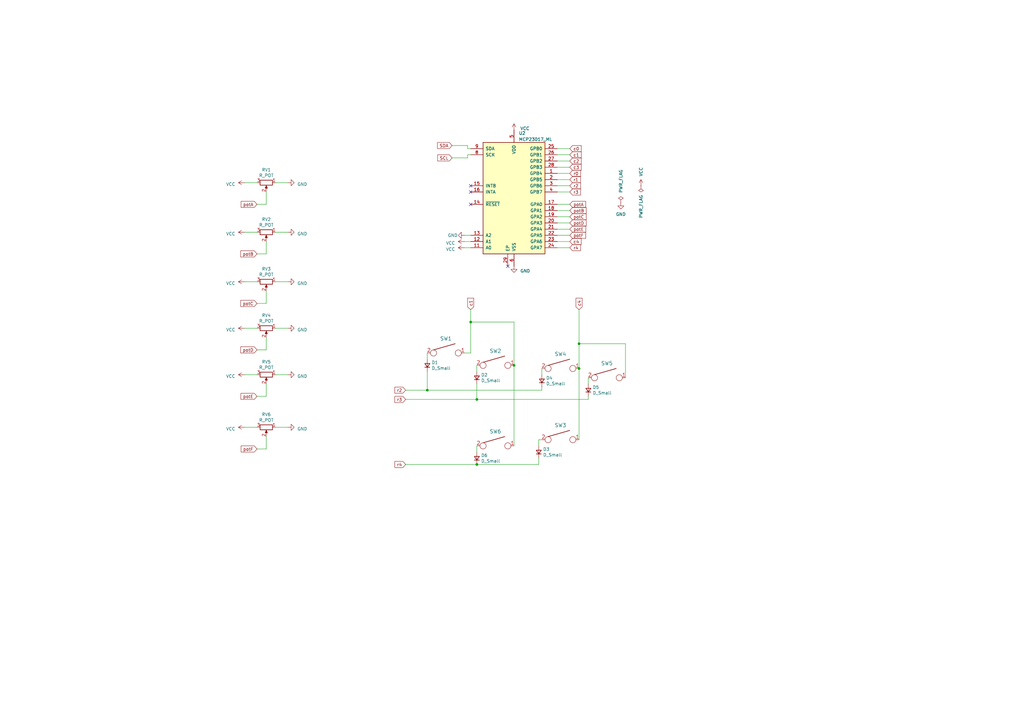
<source format=kicad_sch>
(kicad_sch (version 20230121) (generator eeschema)

  (uuid 6e95e507-f1eb-4f15-9c8c-351adc35a101)

  (paper "A3")

  (lib_symbols
    (symbol "Device:D_Small" (pin_numbers hide) (pin_names (offset 0.254) hide) (in_bom yes) (on_board yes)
      (property "Reference" "D" (at -1.27 2.032 0)
        (effects (font (size 1.27 1.27)) (justify left))
      )
      (property "Value" "D_Small" (at -3.81 -2.032 0)
        (effects (font (size 1.27 1.27)) (justify left))
      )
      (property "Footprint" "" (at 0 0 90)
        (effects (font (size 1.27 1.27)) hide)
      )
      (property "Datasheet" "~" (at 0 0 90)
        (effects (font (size 1.27 1.27)) hide)
      )
      (property "Sim.Device" "D" (at 0 0 0)
        (effects (font (size 1.27 1.27)) hide)
      )
      (property "Sim.Pins" "1=K 2=A" (at 0 0 0)
        (effects (font (size 1.27 1.27)) hide)
      )
      (property "ki_keywords" "diode" (at 0 0 0)
        (effects (font (size 1.27 1.27)) hide)
      )
      (property "ki_description" "Diode, small symbol" (at 0 0 0)
        (effects (font (size 1.27 1.27)) hide)
      )
      (property "ki_fp_filters" "TO-???* *_Diode_* *SingleDiode* D_*" (at 0 0 0)
        (effects (font (size 1.27 1.27)) hide)
      )
      (symbol "D_Small_0_1"
        (polyline
          (pts
            (xy -0.762 -1.016)
            (xy -0.762 1.016)
          )
          (stroke (width 0.254) (type default))
          (fill (type none))
        )
        (polyline
          (pts
            (xy -0.762 0)
            (xy 0.762 0)
          )
          (stroke (width 0) (type default))
          (fill (type none))
        )
        (polyline
          (pts
            (xy 0.762 -1.016)
            (xy -0.762 0)
            (xy 0.762 1.016)
            (xy 0.762 -1.016)
          )
          (stroke (width 0.254) (type default))
          (fill (type none))
        )
      )
      (symbol "D_Small_1_1"
        (pin passive line (at -2.54 0 0) (length 1.778)
          (name "K" (effects (font (size 1.27 1.27))))
          (number "1" (effects (font (size 1.27 1.27))))
        )
        (pin passive line (at 2.54 0 180) (length 1.778)
          (name "A" (effects (font (size 1.27 1.27))))
          (number "2" (effects (font (size 1.27 1.27))))
        )
      )
    )
    (symbol "Interface_Expansion:MCP23017_ML" (pin_names (offset 1.016)) (in_bom yes) (on_board yes)
      (property "Reference" "U" (at -11.43 24.13 0)
        (effects (font (size 1.27 1.27)))
      )
      (property "Value" "MCP23017_ML" (at 0 0 0)
        (effects (font (size 1.27 1.27)))
      )
      (property "Footprint" "Package_DFN_QFN:QFN-28-1EP_6x6mm_P0.65mm_EP4.25x4.25mm" (at 5.08 -25.4 0)
        (effects (font (size 1.27 1.27)) (justify left) hide)
      )
      (property "Datasheet" "http://ww1.microchip.com/downloads/en/DeviceDoc/20001952C.pdf" (at 5.08 -27.94 0)
        (effects (font (size 1.27 1.27)) (justify left) hide)
      )
      (property "ki_keywords" "I2C parallel port expander" (at 0 0 0)
        (effects (font (size 1.27 1.27)) hide)
      )
      (property "ki_description" "16-bit I/O expander, I2C, interrupts, w pull-ups, QFN-28" (at 0 0 0)
        (effects (font (size 1.27 1.27)) hide)
      )
      (property "ki_fp_filters" "QFN*6x6mm*P0.65mm*" (at 0 0 0)
        (effects (font (size 1.27 1.27)) hide)
      )
      (symbol "MCP23017_ML_0_1"
        (rectangle (start -12.7 22.86) (end 12.7 -22.86)
          (stroke (width 0.254) (type default))
          (fill (type background))
        )
      )
      (symbol "MCP23017_ML_1_1"
        (pin bidirectional line (at 17.78 10.16 180) (length 5.08)
          (name "GPB4" (effects (font (size 1.27 1.27))))
          (number "1" (effects (font (size 1.27 1.27))))
        )
        (pin no_connect line (at -12.7 12.7 0) (length 5.08) hide
          (name "NC" (effects (font (size 1.27 1.27))))
          (number "10" (effects (font (size 1.27 1.27))))
        )
        (pin input line (at -17.78 -20.32 0) (length 5.08)
          (name "A0" (effects (font (size 1.27 1.27))))
          (number "11" (effects (font (size 1.27 1.27))))
        )
        (pin input line (at -17.78 -17.78 0) (length 5.08)
          (name "A1" (effects (font (size 1.27 1.27))))
          (number "12" (effects (font (size 1.27 1.27))))
        )
        (pin input line (at -17.78 -15.24 0) (length 5.08)
          (name "A2" (effects (font (size 1.27 1.27))))
          (number "13" (effects (font (size 1.27 1.27))))
        )
        (pin input line (at -17.78 -2.54 0) (length 5.08)
          (name "~{RESET}" (effects (font (size 1.27 1.27))))
          (number "14" (effects (font (size 1.27 1.27))))
        )
        (pin tri_state line (at -17.78 5.08 0) (length 5.08)
          (name "INTB" (effects (font (size 1.27 1.27))))
          (number "15" (effects (font (size 1.27 1.27))))
        )
        (pin tri_state line (at -17.78 2.54 0) (length 5.08)
          (name "INTA" (effects (font (size 1.27 1.27))))
          (number "16" (effects (font (size 1.27 1.27))))
        )
        (pin bidirectional line (at 17.78 -2.54 180) (length 5.08)
          (name "GPA0" (effects (font (size 1.27 1.27))))
          (number "17" (effects (font (size 1.27 1.27))))
        )
        (pin bidirectional line (at 17.78 -5.08 180) (length 5.08)
          (name "GPA1" (effects (font (size 1.27 1.27))))
          (number "18" (effects (font (size 1.27 1.27))))
        )
        (pin bidirectional line (at 17.78 -7.62 180) (length 5.08)
          (name "GPA2" (effects (font (size 1.27 1.27))))
          (number "19" (effects (font (size 1.27 1.27))))
        )
        (pin bidirectional line (at 17.78 7.62 180) (length 5.08)
          (name "GPB5" (effects (font (size 1.27 1.27))))
          (number "2" (effects (font (size 1.27 1.27))))
        )
        (pin bidirectional line (at 17.78 -10.16 180) (length 5.08)
          (name "GPA3" (effects (font (size 1.27 1.27))))
          (number "20" (effects (font (size 1.27 1.27))))
        )
        (pin bidirectional line (at 17.78 -12.7 180) (length 5.08)
          (name "GPA4" (effects (font (size 1.27 1.27))))
          (number "21" (effects (font (size 1.27 1.27))))
        )
        (pin bidirectional line (at 17.78 -15.24 180) (length 5.08)
          (name "GPA5" (effects (font (size 1.27 1.27))))
          (number "22" (effects (font (size 1.27 1.27))))
        )
        (pin bidirectional line (at 17.78 -17.78 180) (length 5.08)
          (name "GPA6" (effects (font (size 1.27 1.27))))
          (number "23" (effects (font (size 1.27 1.27))))
        )
        (pin bidirectional line (at 17.78 -20.32 180) (length 5.08)
          (name "GPA7" (effects (font (size 1.27 1.27))))
          (number "24" (effects (font (size 1.27 1.27))))
        )
        (pin bidirectional line (at 17.78 20.32 180) (length 5.08)
          (name "GPB0" (effects (font (size 1.27 1.27))))
          (number "25" (effects (font (size 1.27 1.27))))
        )
        (pin bidirectional line (at 17.78 17.78 180) (length 5.08)
          (name "GPB1" (effects (font (size 1.27 1.27))))
          (number "26" (effects (font (size 1.27 1.27))))
        )
        (pin bidirectional line (at 17.78 15.24 180) (length 5.08)
          (name "GPB2" (effects (font (size 1.27 1.27))))
          (number "27" (effects (font (size 1.27 1.27))))
        )
        (pin bidirectional line (at 17.78 12.7 180) (length 5.08)
          (name "GPB3" (effects (font (size 1.27 1.27))))
          (number "28" (effects (font (size 1.27 1.27))))
        )
        (pin passive line (at -2.54 -27.94 90) (length 5.08)
          (name "EP" (effects (font (size 1.27 1.27))))
          (number "29" (effects (font (size 1.27 1.27))))
        )
        (pin bidirectional line (at 17.78 5.08 180) (length 5.08)
          (name "GPB6" (effects (font (size 1.27 1.27))))
          (number "3" (effects (font (size 1.27 1.27))))
        )
        (pin bidirectional line (at 17.78 2.54 180) (length 5.08)
          (name "GPB7" (effects (font (size 1.27 1.27))))
          (number "4" (effects (font (size 1.27 1.27))))
        )
        (pin power_in line (at 0 27.94 270) (length 5.08)
          (name "VDD" (effects (font (size 1.27 1.27))))
          (number "5" (effects (font (size 1.27 1.27))))
        )
        (pin power_in line (at 0 -27.94 90) (length 5.08)
          (name "VSS" (effects (font (size 1.27 1.27))))
          (number "6" (effects (font (size 1.27 1.27))))
        )
        (pin no_connect line (at -12.7 15.24 0) (length 5.08) hide
          (name "NC" (effects (font (size 1.27 1.27))))
          (number "7" (effects (font (size 1.27 1.27))))
        )
        (pin input line (at -17.78 17.78 0) (length 5.08)
          (name "SCK" (effects (font (size 1.27 1.27))))
          (number "8" (effects (font (size 1.27 1.27))))
        )
        (pin bidirectional line (at -17.78 20.32 0) (length 5.08)
          (name "SDA" (effects (font (size 1.27 1.27))))
          (number "9" (effects (font (size 1.27 1.27))))
        )
      )
    )
    (symbol "keyboard_parts:KEYSW" (pin_names (offset 1.016)) (in_bom yes) (on_board yes)
      (property "Reference" "K?" (at -1.27 0 0)
        (effects (font (size 1.524 1.524)))
      )
      (property "Value" "KEYSW" (at 0 -2.54 0)
        (effects (font (size 1.524 1.524)) hide)
      )
      (property "Footprint" "" (at 0 0 0)
        (effects (font (size 1.524 1.524)))
      )
      (property "Datasheet" "" (at 0 0 0)
        (effects (font (size 1.524 1.524)))
      )
      (symbol "KEYSW_0_1"
        (circle (center -5.08 0) (radius 1.27)
          (stroke (width 0) (type default))
          (fill (type none))
        )
        (polyline
          (pts
            (xy -5.08 1.27)
            (xy 3.81 3.81)
          )
          (stroke (width 0.254) (type default))
          (fill (type none))
        )
        (circle (center 5.08 0) (radius 1.27)
          (stroke (width 0) (type default))
          (fill (type none))
        )
      )
      (symbol "KEYSW_1_1"
        (pin passive line (at 7.62 0 180) (length 1.27)
          (name "~" (effects (font (size 1.524 1.524))))
          (number "1" (effects (font (size 1.524 1.524))))
        )
        (pin passive line (at -7.62 0 0) (length 1.27)
          (name "~" (effects (font (size 1.524 1.524))))
          (number "2" (effects (font (size 1.524 1.524))))
        )
      )
    )
    (symbol "pheromone-rescue:R_POT-Device" (pin_names (offset 1.016) hide) (in_bom yes) (on_board yes)
      (property "Reference" "RV" (at -4.445 0 90)
        (effects (font (size 1.27 1.27)))
      )
      (property "Value" "Device_R_POT" (at -2.54 0 90)
        (effects (font (size 1.27 1.27)))
      )
      (property "Footprint" "" (at 0 0 0)
        (effects (font (size 1.27 1.27)) hide)
      )
      (property "Datasheet" "" (at 0 0 0)
        (effects (font (size 1.27 1.27)) hide)
      )
      (property "ki_fp_filters" "Potentiometer*" (at 0 0 0)
        (effects (font (size 1.27 1.27)) hide)
      )
      (symbol "R_POT-Device_0_1"
        (polyline
          (pts
            (xy 2.54 0)
            (xy 1.524 0)
          )
          (stroke (width 0) (type solid))
          (fill (type none))
        )
        (polyline
          (pts
            (xy 1.143 0)
            (xy 2.286 0.508)
            (xy 2.286 -0.508)
            (xy 1.143 0)
          )
          (stroke (width 0) (type solid))
          (fill (type outline))
        )
        (rectangle (start 1.016 2.54) (end -1.016 -2.54)
          (stroke (width 0.254) (type solid))
          (fill (type none))
        )
      )
      (symbol "R_POT-Device_1_1"
        (pin passive line (at 0 3.81 270) (length 1.27)
          (name "1" (effects (font (size 1.27 1.27))))
          (number "1" (effects (font (size 1.27 1.27))))
        )
        (pin passive line (at 3.81 0 180) (length 1.27)
          (name "2" (effects (font (size 1.27 1.27))))
          (number "2" (effects (font (size 1.27 1.27))))
        )
        (pin passive line (at 0 -3.81 90) (length 1.27)
          (name "3" (effects (font (size 1.27 1.27))))
          (number "3" (effects (font (size 1.27 1.27))))
        )
      )
    )
    (symbol "power:GND" (power) (pin_names (offset 0)) (in_bom yes) (on_board yes)
      (property "Reference" "#PWR" (at 0 -6.35 0)
        (effects (font (size 1.27 1.27)) hide)
      )
      (property "Value" "GND" (at 0 -3.81 0)
        (effects (font (size 1.27 1.27)))
      )
      (property "Footprint" "" (at 0 0 0)
        (effects (font (size 1.27 1.27)) hide)
      )
      (property "Datasheet" "" (at 0 0 0)
        (effects (font (size 1.27 1.27)) hide)
      )
      (property "ki_keywords" "power-flag" (at 0 0 0)
        (effects (font (size 1.27 1.27)) hide)
      )
      (property "ki_description" "Power symbol creates a global label with name \"GND\" , ground" (at 0 0 0)
        (effects (font (size 1.27 1.27)) hide)
      )
      (symbol "GND_0_1"
        (polyline
          (pts
            (xy 0 0)
            (xy 0 -1.27)
            (xy 1.27 -1.27)
            (xy 0 -2.54)
            (xy -1.27 -1.27)
            (xy 0 -1.27)
          )
          (stroke (width 0) (type default))
          (fill (type none))
        )
      )
      (symbol "GND_1_1"
        (pin power_in line (at 0 0 270) (length 0) hide
          (name "GND" (effects (font (size 1.27 1.27))))
          (number "1" (effects (font (size 1.27 1.27))))
        )
      )
    )
    (symbol "power:PWR_FLAG" (power) (pin_numbers hide) (pin_names (offset 0) hide) (in_bom yes) (on_board yes)
      (property "Reference" "#FLG" (at 0 1.905 0)
        (effects (font (size 1.27 1.27)) hide)
      )
      (property "Value" "PWR_FLAG" (at 0 3.81 0)
        (effects (font (size 1.27 1.27)))
      )
      (property "Footprint" "" (at 0 0 0)
        (effects (font (size 1.27 1.27)) hide)
      )
      (property "Datasheet" "~" (at 0 0 0)
        (effects (font (size 1.27 1.27)) hide)
      )
      (property "ki_keywords" "power-flag" (at 0 0 0)
        (effects (font (size 1.27 1.27)) hide)
      )
      (property "ki_description" "Special symbol for telling ERC where power comes from" (at 0 0 0)
        (effects (font (size 1.27 1.27)) hide)
      )
      (symbol "PWR_FLAG_0_0"
        (pin power_out line (at 0 0 90) (length 0)
          (name "pwr" (effects (font (size 1.27 1.27))))
          (number "1" (effects (font (size 1.27 1.27))))
        )
      )
      (symbol "PWR_FLAG_0_1"
        (polyline
          (pts
            (xy 0 0)
            (xy 0 1.27)
            (xy -1.016 1.905)
            (xy 0 2.54)
            (xy 1.016 1.905)
            (xy 0 1.27)
          )
          (stroke (width 0) (type default))
          (fill (type none))
        )
      )
    )
    (symbol "power:VCC" (power) (pin_names (offset 0)) (in_bom yes) (on_board yes)
      (property "Reference" "#PWR" (at 0 -3.81 0)
        (effects (font (size 1.27 1.27)) hide)
      )
      (property "Value" "VCC" (at 0 3.81 0)
        (effects (font (size 1.27 1.27)))
      )
      (property "Footprint" "" (at 0 0 0)
        (effects (font (size 1.27 1.27)) hide)
      )
      (property "Datasheet" "" (at 0 0 0)
        (effects (font (size 1.27 1.27)) hide)
      )
      (property "ki_keywords" "power-flag" (at 0 0 0)
        (effects (font (size 1.27 1.27)) hide)
      )
      (property "ki_description" "Power symbol creates a global label with name \"VCC\"" (at 0 0 0)
        (effects (font (size 1.27 1.27)) hide)
      )
      (symbol "VCC_0_1"
        (polyline
          (pts
            (xy -0.762 1.27)
            (xy 0 2.54)
          )
          (stroke (width 0) (type default))
          (fill (type none))
        )
        (polyline
          (pts
            (xy 0 0)
            (xy 0 2.54)
          )
          (stroke (width 0) (type default))
          (fill (type none))
        )
        (polyline
          (pts
            (xy 0 2.54)
            (xy 0.762 1.27)
          )
          (stroke (width 0) (type default))
          (fill (type none))
        )
      )
      (symbol "VCC_1_1"
        (pin power_in line (at 0 0 90) (length 0) hide
          (name "VCC" (effects (font (size 1.27 1.27))))
          (number "1" (effects (font (size 1.27 1.27))))
        )
      )
    )
  )

  (junction (at 237.49 140.97) (diameter 0) (color 0 0 0 0)
    (uuid 23ac0f8e-18a6-48a8-85d5-9a82d4f58757)
  )
  (junction (at 210.82 149.86) (diameter 0) (color 0 0 0 0)
    (uuid 2d6db6bb-6eaa-40f7-9a2f-99903d4df0d0)
  )
  (junction (at 237.49 151.13) (diameter 0) (color 0 0 0 0)
    (uuid 3ac52691-1bd1-48df-9ebb-dca1ea66aaa5)
  )
  (junction (at 195.58 190.5) (diameter 0) (color 0 0 0 0)
    (uuid 48c7cfa0-4608-4dcf-974d-a3c4e856ba30)
  )
  (junction (at 195.58 163.83) (diameter 0) (color 0 0 0 0)
    (uuid 980ce295-fe9a-425c-8222-1283e45ef6df)
  )
  (junction (at 193.04 132.08) (diameter 0) (color 0 0 0 0)
    (uuid abb6d744-882c-4685-b521-56a1300f4949)
  )
  (junction (at 175.26 160.02) (diameter 0) (color 0 0 0 0)
    (uuid e50c33a3-70ec-4cc8-bd08-1048ae2fe8c3)
  )

  (no_connect (at 193.04 78.74) (uuid 4914a50f-5077-409b-8f84-f7866f9f8aaa))
  (no_connect (at 193.04 76.2) (uuid 5914f8c8-dcab-48be-b6b1-891d5f7ea96d))
  (no_connect (at 208.28 109.22) (uuid 70b127a3-eef0-4838-b771-05111efc6530))
  (no_connect (at 193.04 83.82) (uuid 7bb2a089-f52b-4b98-bb31-03040196cb8a))

  (wire (pts (xy 220.98 190.5) (xy 195.58 190.5))
    (stroke (width 0) (type default))
    (uuid 049364fd-f939-4a02-9de8-33a5399cefef)
  )
  (wire (pts (xy 105.41 104.14) (xy 109.22 104.14))
    (stroke (width 0) (type default))
    (uuid 079e07b6-7112-44fc-9c64-ba36e75b712a)
  )
  (wire (pts (xy 100.33 115.57) (xy 105.41 115.57))
    (stroke (width 0) (type default))
    (uuid 0908d17d-b4ce-4006-9d9c-8bca326e4a67)
  )
  (wire (pts (xy 190.5 99.06) (xy 193.04 99.06))
    (stroke (width 0) (type default))
    (uuid 0a4bc410-1576-4175-b366-cfb20918fbf1)
  )
  (wire (pts (xy 109.22 162.56) (xy 109.22 157.48))
    (stroke (width 0) (type default))
    (uuid 0ad3c1ff-b019-462e-952a-5bb07ae1ef07)
  )
  (wire (pts (xy 105.41 143.51) (xy 109.22 143.51))
    (stroke (width 0) (type default))
    (uuid 0bad9dd0-2a8a-47d3-98b5-7dd6f2dd7063)
  )
  (wire (pts (xy 228.6 63.5) (xy 233.68 63.5))
    (stroke (width 0) (type default))
    (uuid 126b43aa-ff26-4f3f-96b9-3982f53f4c9c)
  )
  (wire (pts (xy 195.58 149.86) (xy 195.58 152.4))
    (stroke (width 0) (type default))
    (uuid 132661a2-3322-44fe-8b68-873da85f8d9a)
  )
  (wire (pts (xy 100.33 175.26) (xy 105.41 175.26))
    (stroke (width 0) (type default))
    (uuid 14997b84-fdb9-4667-88b7-9455db8028f0)
  )
  (wire (pts (xy 237.49 140.97) (xy 237.49 151.13))
    (stroke (width 0) (type default))
    (uuid 14b8f142-6ceb-43ef-b8bf-7b213dda0b6d)
  )
  (wire (pts (xy 228.6 71.12) (xy 233.68 71.12))
    (stroke (width 0) (type default))
    (uuid 14bd72b3-1a5c-4b84-9de5-c3783e299c62)
  )
  (wire (pts (xy 222.25 160.02) (xy 222.25 158.75))
    (stroke (width 0) (type default))
    (uuid 18acba8e-1833-4706-96b3-0418514928a3)
  )
  (wire (pts (xy 228.6 83.82) (xy 233.68 83.82))
    (stroke (width 0) (type default))
    (uuid 1e5078a6-c0ec-4fc1-9b0e-53ebb51bf24c)
  )
  (wire (pts (xy 220.98 180.34) (xy 220.98 182.88))
    (stroke (width 0) (type default))
    (uuid 20ced007-634e-4120-be13-b36a3040d1cf)
  )
  (wire (pts (xy 105.41 184.15) (xy 109.22 184.15))
    (stroke (width 0) (type default))
    (uuid 254ba17d-d96a-412f-8547-eb011a3f8db6)
  )
  (wire (pts (xy 210.82 182.88) (xy 210.82 149.86))
    (stroke (width 0) (type default))
    (uuid 26314869-d099-4b6f-a953-bd2fb09e8c9e)
  )
  (wire (pts (xy 109.22 124.46) (xy 109.22 119.38))
    (stroke (width 0) (type default))
    (uuid 26c0bf8a-1ae7-4d6c-8381-9a9abcfc03ca)
  )
  (wire (pts (xy 210.82 149.86) (xy 210.82 132.08))
    (stroke (width 0) (type default))
    (uuid 2c87f3f6-3838-4a53-b9eb-2db3373b9191)
  )
  (wire (pts (xy 113.03 115.57) (xy 118.11 115.57))
    (stroke (width 0) (type default))
    (uuid 2dc42282-1e5a-4bea-ade8-d88682076eba)
  )
  (wire (pts (xy 195.58 190.5) (xy 166.37 190.5))
    (stroke (width 0) (type default))
    (uuid 2ed9dde8-5861-4b14-984d-04710faafdfd)
  )
  (wire (pts (xy 175.26 152.4) (xy 175.26 160.02))
    (stroke (width 0) (type default))
    (uuid 304f0f8f-0585-4f94-98bc-47f90faa4aab)
  )
  (wire (pts (xy 237.49 151.13) (xy 237.49 180.34))
    (stroke (width 0) (type default))
    (uuid 327bd0d5-300f-455b-a109-f80641098ca9)
  )
  (wire (pts (xy 185.42 64.77) (xy 191.77 64.77))
    (stroke (width 0) (type default))
    (uuid 338e88e0-83c8-45fc-8258-bc0c7aa0f812)
  )
  (wire (pts (xy 195.58 182.88) (xy 195.58 185.42))
    (stroke (width 0) (type default))
    (uuid 35aad82a-c283-4cab-afba-d27ed16b17b4)
  )
  (wire (pts (xy 228.6 99.06) (xy 233.68 99.06))
    (stroke (width 0) (type default))
    (uuid 3b63bb90-dace-4536-91e5-03ec52030e0a)
  )
  (wire (pts (xy 166.37 163.83) (xy 195.58 163.83))
    (stroke (width 0) (type default))
    (uuid 3d8571c9-e95d-4331-b0e2-49c08d72875c)
  )
  (wire (pts (xy 113.03 74.93) (xy 118.11 74.93))
    (stroke (width 0) (type default))
    (uuid 3da0a32e-0429-4bbc-ae26-5a8c5abb43ce)
  )
  (wire (pts (xy 166.37 160.02) (xy 175.26 160.02))
    (stroke (width 0) (type default))
    (uuid 48a1a984-5ee9-488b-9637-fde0b2969857)
  )
  (wire (pts (xy 228.6 66.04) (xy 233.68 66.04))
    (stroke (width 0) (type default))
    (uuid 51ac4cbd-7581-4537-90ec-c051161ecaad)
  )
  (wire (pts (xy 100.33 95.25) (xy 105.41 95.25))
    (stroke (width 0) (type default))
    (uuid 52fc2540-1834-49de-a193-6af68d88a39e)
  )
  (wire (pts (xy 228.6 73.66) (xy 233.68 73.66))
    (stroke (width 0) (type default))
    (uuid 53eff18c-b5b3-4f4f-8a57-3d08ad7d9f96)
  )
  (wire (pts (xy 228.6 76.2) (xy 233.68 76.2))
    (stroke (width 0) (type default))
    (uuid 563fdd7d-a344-47d4-815a-7fb6f6bb34fc)
  )
  (wire (pts (xy 113.03 95.25) (xy 118.11 95.25))
    (stroke (width 0) (type default))
    (uuid 5c1e7a0a-8a86-47ca-8074-078b8616e09d)
  )
  (wire (pts (xy 100.33 134.62) (xy 105.41 134.62))
    (stroke (width 0) (type default))
    (uuid 67767804-d4e7-47de-b69a-1d1494d81b70)
  )
  (wire (pts (xy 195.58 157.48) (xy 195.58 163.83))
    (stroke (width 0) (type default))
    (uuid 6b14cf88-e952-4bc2-8fa2-9a4b882ade87)
  )
  (wire (pts (xy 220.98 180.34) (xy 222.25 180.34))
    (stroke (width 0) (type default))
    (uuid 7101af6a-71c0-44ef-b4da-6d5642b0a78b)
  )
  (wire (pts (xy 190.5 96.52) (xy 193.04 96.52))
    (stroke (width 0) (type default))
    (uuid 749903e7-3a45-47d1-9036-5b1f56b328b6)
  )
  (wire (pts (xy 175.26 144.78) (xy 175.26 147.32))
    (stroke (width 0) (type default))
    (uuid 7a58db71-5977-4867-8921-24aaa09e8ea1)
  )
  (wire (pts (xy 191.77 60.96) (xy 193.04 60.96))
    (stroke (width 0) (type default))
    (uuid 7fb48dc1-2bda-44b4-90ff-477a83ef6b23)
  )
  (wire (pts (xy 191.77 64.77) (xy 191.77 63.5))
    (stroke (width 0) (type default))
    (uuid 80ae58c2-e6fb-4dae-b372-866175b52c64)
  )
  (wire (pts (xy 100.33 74.93) (xy 105.41 74.93))
    (stroke (width 0) (type default))
    (uuid 81c02f89-f9cb-445f-a072-1e506db9e9b0)
  )
  (wire (pts (xy 237.49 127) (xy 237.49 140.97))
    (stroke (width 0) (type default))
    (uuid 837a5af6-21b6-4d1f-892e-d9565f2a67ec)
  )
  (wire (pts (xy 191.77 59.69) (xy 185.42 59.69))
    (stroke (width 0) (type default))
    (uuid 8773618b-717a-43dd-935f-9b64f559cecf)
  )
  (wire (pts (xy 256.54 154.94) (xy 256.54 140.97))
    (stroke (width 0) (type default))
    (uuid 892b893f-6414-4099-80e2-2491a6b4641e)
  )
  (wire (pts (xy 210.82 132.08) (xy 193.04 132.08))
    (stroke (width 0) (type default))
    (uuid 894b25d6-b7dc-4c93-bd28-daae38a8b0ae)
  )
  (wire (pts (xy 105.41 162.56) (xy 109.22 162.56))
    (stroke (width 0) (type default))
    (uuid 9135eb56-0b6d-4539-b4af-e6b9cd2e21eb)
  )
  (wire (pts (xy 193.04 132.08) (xy 193.04 127))
    (stroke (width 0) (type default))
    (uuid 91b5e29e-c204-4a15-bb3b-10c6e4d9ef44)
  )
  (wire (pts (xy 228.6 78.74) (xy 233.68 78.74))
    (stroke (width 0) (type default))
    (uuid 93af4f45-5a10-4b93-b1ab-dfcfd7484f8d)
  )
  (wire (pts (xy 190.5 144.78) (xy 193.04 144.78))
    (stroke (width 0) (type default))
    (uuid 94130cab-0898-4c0a-a25f-666654b9f393)
  )
  (wire (pts (xy 191.77 59.69) (xy 191.77 60.96))
    (stroke (width 0) (type default))
    (uuid 9859fc08-8d57-406a-8c68-92bb61f05a73)
  )
  (wire (pts (xy 113.03 134.62) (xy 118.11 134.62))
    (stroke (width 0) (type default))
    (uuid 9af4c589-3c71-40a1-9369-40336d76cd2b)
  )
  (wire (pts (xy 228.6 60.96) (xy 233.68 60.96))
    (stroke (width 0) (type default))
    (uuid 9d09d6b1-f63f-4d81-9e31-7812fffa1ca1)
  )
  (wire (pts (xy 228.6 101.6) (xy 233.68 101.6))
    (stroke (width 0) (type default))
    (uuid a4f2cc34-ea9d-4740-9f30-b48710a0f97a)
  )
  (wire (pts (xy 228.6 86.36) (xy 233.68 86.36))
    (stroke (width 0) (type default))
    (uuid a85e5d95-c63d-4aa2-9e7d-21a55976ad07)
  )
  (wire (pts (xy 222.25 160.02) (xy 175.26 160.02))
    (stroke (width 0) (type default))
    (uuid aad65023-ce8c-4ed5-a8f7-b94722ded52f)
  )
  (wire (pts (xy 228.6 96.52) (xy 233.68 96.52))
    (stroke (width 0) (type default))
    (uuid ace7e0f2-bf0e-4910-a3dc-49e0cdfa5094)
  )
  (wire (pts (xy 109.22 104.14) (xy 109.22 99.06))
    (stroke (width 0) (type default))
    (uuid ae9f4469-0e6d-408d-9452-9902573ffa6a)
  )
  (wire (pts (xy 228.6 88.9) (xy 233.68 88.9))
    (stroke (width 0) (type default))
    (uuid b69f472b-eb42-4f5e-85ed-c0eb6eded5a4)
  )
  (wire (pts (xy 228.6 68.58) (xy 233.68 68.58))
    (stroke (width 0) (type default))
    (uuid b7ed04d8-3252-4d98-a23f-f58a540c6c1c)
  )
  (wire (pts (xy 193.04 144.78) (xy 193.04 132.08))
    (stroke (width 0) (type default))
    (uuid bbf7bf4d-ed6a-4f3c-b73f-0698656ea460)
  )
  (wire (pts (xy 105.41 124.46) (xy 109.22 124.46))
    (stroke (width 0) (type default))
    (uuid c1e5116c-28a9-4655-9db1-d65cdc638ab0)
  )
  (wire (pts (xy 222.25 151.13) (xy 222.25 153.67))
    (stroke (width 0) (type default))
    (uuid cd2efd82-f85d-4c32-b3fc-002f4a6f7025)
  )
  (wire (pts (xy 100.33 153.67) (xy 105.41 153.67))
    (stroke (width 0) (type default))
    (uuid d07fbe5a-dbac-41ce-bc2a-63ae9e19eff2)
  )
  (wire (pts (xy 109.22 143.51) (xy 109.22 138.43))
    (stroke (width 0) (type default))
    (uuid d2e1b007-795c-4a66-b02a-75285621a1e6)
  )
  (wire (pts (xy 109.22 184.15) (xy 109.22 179.07))
    (stroke (width 0) (type default))
    (uuid d9f95d9e-347b-4469-b19a-3485ac80f135)
  )
  (wire (pts (xy 109.22 83.82) (xy 109.22 78.74))
    (stroke (width 0) (type default))
    (uuid db507531-3dd9-49d0-b795-91be0d70f54c)
  )
  (wire (pts (xy 256.54 140.97) (xy 237.49 140.97))
    (stroke (width 0) (type default))
    (uuid dbffa4d8-493f-4f8c-a829-48e24787ccce)
  )
  (wire (pts (xy 241.3 162.56) (xy 241.3 163.83))
    (stroke (width 0) (type default))
    (uuid e56b54d0-c740-4f70-ad56-2cbf426f25c7)
  )
  (wire (pts (xy 220.98 187.96) (xy 220.98 190.5))
    (stroke (width 0) (type default))
    (uuid ef154a29-fe8c-4ea8-b651-f860fc006d99)
  )
  (wire (pts (xy 191.77 63.5) (xy 193.04 63.5))
    (stroke (width 0) (type default))
    (uuid ef8231d3-8f4d-4767-8508-7dfb73db20af)
  )
  (wire (pts (xy 113.03 153.67) (xy 118.11 153.67))
    (stroke (width 0) (type default))
    (uuid efa5acc0-aed0-4ce4-8094-d4e494d27ccb)
  )
  (wire (pts (xy 228.6 91.44) (xy 233.68 91.44))
    (stroke (width 0) (type default))
    (uuid f0759cb6-606d-49a0-a280-2867aff5a21b)
  )
  (wire (pts (xy 113.03 175.26) (xy 118.11 175.26))
    (stroke (width 0) (type default))
    (uuid f0e23cd0-9c87-4c06-a7e4-f2bc19a8f9a7)
  )
  (wire (pts (xy 105.41 83.82) (xy 109.22 83.82))
    (stroke (width 0) (type default))
    (uuid f3f24ee6-0c2e-4a23-b156-822e4afa5dff)
  )
  (wire (pts (xy 241.3 154.94) (xy 241.3 157.48))
    (stroke (width 0) (type default))
    (uuid f8c53841-388c-4242-b16e-4184c239e5f9)
  )
  (wire (pts (xy 190.5 101.6) (xy 193.04 101.6))
    (stroke (width 0) (type default))
    (uuid fa41bcef-567c-4df7-9ce4-4bdbe5239a38)
  )
  (wire (pts (xy 228.6 93.98) (xy 233.68 93.98))
    (stroke (width 0) (type default))
    (uuid fbcd0c1f-06c5-428f-b35e-67701b30e03c)
  )
  (wire (pts (xy 241.3 163.83) (xy 195.58 163.83))
    (stroke (width 0) (type default))
    (uuid fcb87b1f-f2d7-4061-ba1d-2970e3e1bbfc)
  )

  (global_label "c2" (shape input) (at 233.68 66.04 0) (fields_autoplaced)
    (effects (font (size 1.27 1.27)) (justify left))
    (uuid 03d349f6-805f-4ed0-8245-c7157def8237)
    (property "Intersheetrefs" "${INTERSHEET_REFS}" (at 238.8839 66.04 0)
      (effects (font (size 1.27 1.27)) (justify left) hide)
    )
  )
  (global_label "potC" (shape input) (at 233.68 88.9 0) (fields_autoplaced)
    (effects (font (size 1.27 1.27)) (justify left))
    (uuid 063d836b-85cf-43ff-82e4-ac5193c70fef)
    (property "Intersheetrefs" "${INTERSHEET_REFS}" (at 240.8795 88.9 0)
      (effects (font (size 1.27 1.27)) (justify left) hide)
    )
  )
  (global_label "c1" (shape input) (at 233.68 63.5 0) (fields_autoplaced)
    (effects (font (size 1.27 1.27)) (justify left))
    (uuid 09ca6b2f-4763-4cd2-8817-9117e8d2c919)
    (property "Intersheetrefs" "${INTERSHEET_REFS}" (at 238.8839 63.5 0)
      (effects (font (size 1.27 1.27)) (justify left) hide)
    )
  )
  (global_label "potA" (shape input) (at 233.68 83.82 0) (fields_autoplaced)
    (effects (font (size 1.27 1.27)) (justify left))
    (uuid 190e3df7-277e-4aea-b3e9-4e8d8f5ea22d)
    (property "Intersheetrefs" "${INTERSHEET_REFS}" (at 240.6981 83.82 0)
      (effects (font (size 1.27 1.27)) (justify left) hide)
    )
  )
  (global_label "r4" (shape input) (at 233.68 101.6 0) (fields_autoplaced)
    (effects (font (size 1.27 1.27)) (justify left))
    (uuid 1dc18451-5353-4aa2-8cf2-3d32326b6047)
    (property "Intersheetrefs" "${INTERSHEET_REFS}" (at 238.5815 101.6 0)
      (effects (font (size 1.27 1.27)) (justify left) hide)
    )
  )
  (global_label "c1" (shape input) (at 193.04 127 90) (fields_autoplaced)
    (effects (font (size 1.27 1.27)) (justify left))
    (uuid 1ea8646a-826d-4a07-8778-f94054be7143)
    (property "Intersheetrefs" "${INTERSHEET_REFS}" (at 193.04 121.7961 90)
      (effects (font (size 1.27 1.27)) (justify left) hide)
    )
  )
  (global_label "potE" (shape input) (at 105.41 162.56 180) (fields_autoplaced)
    (effects (font (size 1.27 1.27)) (justify right))
    (uuid 1f9b8263-f01a-4b2a-b264-ae97a2515f48)
    (property "Intersheetrefs" "${INTERSHEET_REFS}" (at 98.3315 162.56 0)
      (effects (font (size 1.27 1.27)) (justify right) hide)
    )
  )
  (global_label "potC" (shape input) (at 105.41 124.46 180) (fields_autoplaced)
    (effects (font (size 1.27 1.27)) (justify right))
    (uuid 2bc94b9b-d097-43ce-ae65-9b69028c4c83)
    (property "Intersheetrefs" "${INTERSHEET_REFS}" (at 98.2105 124.46 0)
      (effects (font (size 1.27 1.27)) (justify right) hide)
    )
  )
  (global_label "potB" (shape input) (at 233.68 86.36 0) (fields_autoplaced)
    (effects (font (size 1.27 1.27)) (justify left))
    (uuid 34db4a1c-23cf-4884-8336-838cc40fb0b2)
    (property "Intersheetrefs" "${INTERSHEET_REFS}" (at 240.8795 86.36 0)
      (effects (font (size 1.27 1.27)) (justify left) hide)
    )
  )
  (global_label "potD" (shape input) (at 233.68 91.44 0) (fields_autoplaced)
    (effects (font (size 1.27 1.27)) (justify left))
    (uuid 35863ca7-ef13-4b3b-85ef-7e3dd5ad0ac8)
    (property "Intersheetrefs" "${INTERSHEET_REFS}" (at 240.8795 91.44 0)
      (effects (font (size 1.27 1.27)) (justify left) hide)
    )
  )
  (global_label "r0" (shape input) (at 233.68 71.12 0) (fields_autoplaced)
    (effects (font (size 1.27 1.27)) (justify left))
    (uuid 3bc4cf36-8d06-42f9-b3a1-c5eb9ed66619)
    (property "Intersheetrefs" "${INTERSHEET_REFS}" (at 238.5815 71.12 0)
      (effects (font (size 1.27 1.27)) (justify left) hide)
    )
  )
  (global_label "r3" (shape input) (at 233.68 78.74 0) (fields_autoplaced)
    (effects (font (size 1.27 1.27)) (justify left))
    (uuid 5ad21b77-0c67-4bf6-b531-fbae4e27057e)
    (property "Intersheetrefs" "${INTERSHEET_REFS}" (at 238.5815 78.74 0)
      (effects (font (size 1.27 1.27)) (justify left) hide)
    )
  )
  (global_label "SCL" (shape input) (at 185.42 64.77 180) (fields_autoplaced)
    (effects (font (size 1.27 1.27)) (justify right))
    (uuid 5bc99f3a-87bf-4195-a590-fad9258b7317)
    (property "Intersheetrefs" "${INTERSHEET_REFS}" (at 179.4993 64.6906 0)
      (effects (font (size 1.27 1.27)) (justify right) hide)
    )
  )
  (global_label "potF" (shape input) (at 105.41 184.15 180) (fields_autoplaced)
    (effects (font (size 1.27 1.27)) (justify right))
    (uuid 6d27a214-de10-4f38-8588-08c226fecec6)
    (property "Intersheetrefs" "${INTERSHEET_REFS}" (at 98.3919 184.15 0)
      (effects (font (size 1.27 1.27)) (justify right) hide)
    )
  )
  (global_label "r4" (shape input) (at 166.37 190.5 180) (fields_autoplaced)
    (effects (font (size 1.27 1.27)) (justify right))
    (uuid 70530913-6ec4-4c8b-ba21-cc848959cc6a)
    (property "Intersheetrefs" "${INTERSHEET_REFS}" (at 161.4685 190.5 0)
      (effects (font (size 1.27 1.27)) (justify right) hide)
    )
  )
  (global_label "potD" (shape input) (at 105.41 143.51 180) (fields_autoplaced)
    (effects (font (size 1.27 1.27)) (justify right))
    (uuid 734532ff-0e07-4c41-851f-c1d22b2638b0)
    (property "Intersheetrefs" "${INTERSHEET_REFS}" (at 98.2105 143.51 0)
      (effects (font (size 1.27 1.27)) (justify right) hide)
    )
  )
  (global_label "r3" (shape input) (at 166.37 163.83 180) (fields_autoplaced)
    (effects (font (size 1.27 1.27)) (justify right))
    (uuid 74014855-797b-4767-a88a-a6fa3525b232)
    (property "Intersheetrefs" "${INTERSHEET_REFS}" (at 161.4685 163.83 0)
      (effects (font (size 1.27 1.27)) (justify right) hide)
    )
  )
  (global_label "r2" (shape input) (at 166.37 160.02 180) (fields_autoplaced)
    (effects (font (size 1.27 1.27)) (justify right))
    (uuid 7cb6e0f5-ab2e-4089-a9a1-71810face502)
    (property "Intersheetrefs" "${INTERSHEET_REFS}" (at 161.4685 160.02 0)
      (effects (font (size 1.27 1.27)) (justify right) hide)
    )
  )
  (global_label "potE" (shape input) (at 233.68 93.98 0) (fields_autoplaced)
    (effects (font (size 1.27 1.27)) (justify left))
    (uuid 7d70cf2a-d9f3-4642-8d51-81efba315073)
    (property "Intersheetrefs" "${INTERSHEET_REFS}" (at 240.7585 93.98 0)
      (effects (font (size 1.27 1.27)) (justify left) hide)
    )
  )
  (global_label "potF" (shape input) (at 233.68 96.52 0) (fields_autoplaced)
    (effects (font (size 1.27 1.27)) (justify left))
    (uuid 82671a92-dc45-4cf3-b0d1-1dad6e0a3102)
    (property "Intersheetrefs" "${INTERSHEET_REFS}" (at 240.6981 96.52 0)
      (effects (font (size 1.27 1.27)) (justify left) hide)
    )
  )
  (global_label "SDA" (shape input) (at 185.42 59.69 180) (fields_autoplaced)
    (effects (font (size 1.27 1.27)) (justify right))
    (uuid 89744886-f3ff-4ecc-8eb2-b8aa88c77195)
    (property "Intersheetrefs" "${INTERSHEET_REFS}" (at 179.4388 59.6106 0)
      (effects (font (size 1.27 1.27)) (justify right) hide)
    )
  )
  (global_label "c0" (shape input) (at 233.68 60.96 0) (fields_autoplaced)
    (effects (font (size 1.27 1.27)) (justify left))
    (uuid 9d1ef57b-d924-440e-a35e-f8231a1a7928)
    (property "Intersheetrefs" "${INTERSHEET_REFS}" (at 238.8839 60.96 0)
      (effects (font (size 1.27 1.27)) (justify left) hide)
    )
  )
  (global_label "r1" (shape input) (at 233.68 73.66 0) (fields_autoplaced)
    (effects (font (size 1.27 1.27)) (justify left))
    (uuid ba6322ed-9881-4b16-a630-97b5f853a2da)
    (property "Intersheetrefs" "${INTERSHEET_REFS}" (at 238.5815 73.66 0)
      (effects (font (size 1.27 1.27)) (justify left) hide)
    )
  )
  (global_label "c4" (shape input) (at 237.49 127 90) (fields_autoplaced)
    (effects (font (size 1.27 1.27)) (justify left))
    (uuid ba8872b2-b00c-48c9-a692-99cb15e89d75)
    (property "Intersheetrefs" "${INTERSHEET_REFS}" (at 237.49 121.7961 90)
      (effects (font (size 1.27 1.27)) (justify left) hide)
    )
  )
  (global_label "potA" (shape input) (at 105.41 83.82 180) (fields_autoplaced)
    (effects (font (size 1.27 1.27)) (justify right))
    (uuid c55c6671-1a13-4503-b757-052880d2a71f)
    (property "Intersheetrefs" "${INTERSHEET_REFS}" (at 98.3919 83.82 0)
      (effects (font (size 1.27 1.27)) (justify right) hide)
    )
  )
  (global_label "c4" (shape input) (at 233.68 99.06 0) (fields_autoplaced)
    (effects (font (size 1.27 1.27)) (justify left))
    (uuid ed32eaf2-d863-4da2-9f54-5ceadf80ee9d)
    (property "Intersheetrefs" "${INTERSHEET_REFS}" (at 238.8839 99.06 0)
      (effects (font (size 1.27 1.27)) (justify left) hide)
    )
  )
  (global_label "r2" (shape input) (at 233.68 76.2 0) (fields_autoplaced)
    (effects (font (size 1.27 1.27)) (justify left))
    (uuid f1ba069c-55db-430f-9b80-2e358f95d121)
    (property "Intersheetrefs" "${INTERSHEET_REFS}" (at 238.5815 76.2 0)
      (effects (font (size 1.27 1.27)) (justify left) hide)
    )
  )
  (global_label "c3" (shape input) (at 233.68 68.58 0) (fields_autoplaced)
    (effects (font (size 1.27 1.27)) (justify left))
    (uuid f1fb11b8-0100-4a89-86ae-994b97ba935c)
    (property "Intersheetrefs" "${INTERSHEET_REFS}" (at 238.8839 68.58 0)
      (effects (font (size 1.27 1.27)) (justify left) hide)
    )
  )
  (global_label "potB" (shape input) (at 105.41 104.14 180) (fields_autoplaced)
    (effects (font (size 1.27 1.27)) (justify right))
    (uuid f66366f7-76d2-4661-b015-8840d0f62009)
    (property "Intersheetrefs" "${INTERSHEET_REFS}" (at 98.2105 104.14 0)
      (effects (font (size 1.27 1.27)) (justify right) hide)
    )
  )

  (symbol (lib_id "power:PWR_FLAG") (at 254.635 83.185 0) (unit 1)
    (in_bom yes) (on_board yes) (dnp no) (fields_autoplaced)
    (uuid 005ef4e2-b4af-4629-ad75-2dd7040fa760)
    (property "Reference" "#FLG03" (at 254.635 81.28 0)
      (effects (font (size 1.27 1.27)) hide)
    )
    (property "Value" "PWR_FLAG" (at 254.6351 79.121 90)
      (effects (font (size 1.27 1.27)) (justify left))
    )
    (property "Footprint" "" (at 254.635 83.185 0)
      (effects (font (size 1.27 1.27)) hide)
    )
    (property "Datasheet" "~" (at 254.635 83.185 0)
      (effects (font (size 1.27 1.27)) hide)
    )
    (pin "1" (uuid 6e22705b-7ad6-424b-9b32-297315c3de0e))
    (instances
      (project "Slides"
        (path "/6e95e507-f1eb-4f15-9c8c-351adc35a101"
          (reference "#FLG03") (unit 1)
        )
      )
    )
  )

  (symbol (lib_id "keyboard_parts:KEYSW") (at 229.87 180.34 0) (unit 1)
    (in_bom yes) (on_board yes) (dnp no)
    (uuid 085664c6-0697-42e2-8bb3-61226b602bbd)
    (property "Reference" "SW3" (at 229.87 174.4218 0)
      (effects (font (size 1.524 1.524)))
    )
    (property "Value" "KEYSW" (at 229.87 182.88 0)
      (effects (font (size 1.524 1.524)) hide)
    )
    (property "Footprint" "Button_Switch_Keyboard:SW_Cherry_MX_1.00u_PCB" (at 229.87 180.34 0)
      (effects (font (size 1.524 1.524)) hide)
    )
    (property "Datasheet" "" (at 229.87 180.34 0)
      (effects (font (size 1.524 1.524)))
    )
    (pin "1" (uuid eced15ac-b746-44ed-9dd1-a40070747cee))
    (pin "2" (uuid f7759485-cafd-47da-b913-11459d53b110))
    (instances
      (project "Slides"
        (path "/6e95e507-f1eb-4f15-9c8c-351adc35a101"
          (reference "SW3") (unit 1)
        )
      )
    )
  )

  (symbol (lib_id "keyboard_parts:KEYSW") (at 203.2 149.86 0) (unit 1)
    (in_bom yes) (on_board yes) (dnp no)
    (uuid 0e8331a7-6efb-4e81-83bc-80af7427862c)
    (property "Reference" "SW2" (at 203.2 143.9418 0)
      (effects (font (size 1.524 1.524)))
    )
    (property "Value" "KEYSW" (at 203.2 152.4 0)
      (effects (font (size 1.524 1.524)) hide)
    )
    (property "Footprint" "Button_Switch_Keyboard:SW_Cherry_MX_1.00u_PCB" (at 203.2 149.86 0)
      (effects (font (size 1.524 1.524)) hide)
    )
    (property "Datasheet" "" (at 203.2 149.86 0)
      (effects (font (size 1.524 1.524)))
    )
    (pin "1" (uuid 4cc3e768-158d-44bf-93ca-f509256e5202))
    (pin "2" (uuid d55a44d5-db57-4a69-a832-6828e855100c))
    (instances
      (project "Slides"
        (path "/6e95e507-f1eb-4f15-9c8c-351adc35a101"
          (reference "SW2") (unit 1)
        )
      )
    )
  )

  (symbol (lib_id "keyboard_parts:KEYSW") (at 229.87 151.13 0) (unit 1)
    (in_bom yes) (on_board yes) (dnp no)
    (uuid 1115b295-5bb5-44a2-b6e3-712ac2216537)
    (property "Reference" "SW4" (at 229.87 145.2118 0)
      (effects (font (size 1.524 1.524)))
    )
    (property "Value" "KEYSW" (at 229.87 153.67 0)
      (effects (font (size 1.524 1.524)) hide)
    )
    (property "Footprint" "Button_Switch_Keyboard:SW_Cherry_MX_1.00u_PCB" (at 229.87 151.13 0)
      (effects (font (size 1.524 1.524)) hide)
    )
    (property "Datasheet" "" (at 229.87 151.13 0)
      (effects (font (size 1.524 1.524)))
    )
    (pin "1" (uuid 6014a9b6-2d3c-4d62-a3dd-318589398328))
    (pin "2" (uuid b82af1ac-5d40-411d-9638-41b34c17b0fa))
    (instances
      (project "Slides"
        (path "/6e95e507-f1eb-4f15-9c8c-351adc35a101"
          (reference "SW4") (unit 1)
        )
      )
    )
  )

  (symbol (lib_id "Device:D_Small") (at 175.26 149.86 90) (unit 1)
    (in_bom yes) (on_board yes) (dnp no)
    (uuid 22fef499-14b1-44bd-af35-dc132d3d06b7)
    (property "Reference" "D1" (at 176.9872 148.6916 90)
      (effects (font (size 1.27 1.27)) (justify right))
    )
    (property "Value" "D_Small" (at 176.9872 151.003 90)
      (effects (font (size 1.27 1.27)) (justify right))
    )
    (property "Footprint" "Library:Diode" (at 175.26 149.86 90)
      (effects (font (size 1.27 1.27)) hide)
    )
    (property "Datasheet" "~" (at 175.26 149.86 90)
      (effects (font (size 1.27 1.27)) hide)
    )
    (property "Sim.Device" "D" (at 175.26 149.86 0)
      (effects (font (size 1.27 1.27)) hide)
    )
    (property "Sim.Pins" "1=K 2=A" (at 175.26 149.86 0)
      (effects (font (size 1.27 1.27)) hide)
    )
    (pin "1" (uuid 6b463f5d-bde7-47e0-98ff-81dc744de646))
    (pin "2" (uuid b45857ed-6273-4c0c-9242-7e28b93ae08d))
    (instances
      (project "Slides"
        (path "/6e95e507-f1eb-4f15-9c8c-351adc35a101"
          (reference "D1") (unit 1)
        )
      )
    )
  )

  (symbol (lib_id "pheromone-rescue:R_POT-Device") (at 109.22 115.57 270) (unit 1)
    (in_bom yes) (on_board yes) (dnp no)
    (uuid 28033855-4cf9-4237-a6e1-a1b16a981fe5)
    (property "Reference" "RV1" (at 109.22 110.3122 90)
      (effects (font (size 1.27 1.27)))
    )
    (property "Value" "R_POT" (at 109.22 112.6236 90)
      (effects (font (size 1.27 1.27)))
    )
    (property "Footprint" "Library:potentiometer_slider_45mm" (at 109.22 115.57 0)
      (effects (font (size 1.27 1.27)) hide)
    )
    (property "Datasheet" "~" (at 109.22 115.57 0)
      (effects (font (size 1.27 1.27)) hide)
    )
    (pin "1" (uuid 79bed4f7-84ca-405d-af79-5a193e0f04fc))
    (pin "2" (uuid fa10eb7f-0c90-4e22-bc26-291377cdba3e))
    (pin "3" (uuid 390e0584-374f-4268-8888-fd960b18d9ee))
    (instances
      (project "pheromone"
        (path "/43228ae0-8f74-483f-847f-647fbbddae09"
          (reference "RV1") (unit 1)
        )
      )
      (project "Slides"
        (path "/6e95e507-f1eb-4f15-9c8c-351adc35a101"
          (reference "RV3") (unit 1)
        )
      )
    )
  )

  (symbol (lib_id "power:GND") (at 118.11 134.62 90) (unit 1)
    (in_bom yes) (on_board yes) (dnp no) (fields_autoplaced)
    (uuid 297424ef-b8d2-48bf-9ad3-0137648e8a76)
    (property "Reference" "#PWR015" (at 124.46 134.62 0)
      (effects (font (size 1.27 1.27)) hide)
    )
    (property "Value" "GND" (at 121.92 135.255 90)
      (effects (font (size 1.27 1.27)) (justify right))
    )
    (property "Footprint" "" (at 118.11 134.62 0)
      (effects (font (size 1.27 1.27)) hide)
    )
    (property "Datasheet" "" (at 118.11 134.62 0)
      (effects (font (size 1.27 1.27)) hide)
    )
    (pin "1" (uuid 22b2bc4f-245b-49f6-9b24-0f28c6f33b75))
    (instances
      (project "Slides"
        (path "/6e95e507-f1eb-4f15-9c8c-351adc35a101"
          (reference "#PWR015") (unit 1)
        )
      )
    )
  )

  (symbol (lib_id "power:GND") (at 118.11 153.67 90) (unit 1)
    (in_bom yes) (on_board yes) (dnp no) (fields_autoplaced)
    (uuid 3907f525-2cf5-4732-964e-525afbac92ee)
    (property "Reference" "#PWR017" (at 124.46 153.67 0)
      (effects (font (size 1.27 1.27)) hide)
    )
    (property "Value" "GND" (at 121.92 154.305 90)
      (effects (font (size 1.27 1.27)) (justify right))
    )
    (property "Footprint" "" (at 118.11 153.67 0)
      (effects (font (size 1.27 1.27)) hide)
    )
    (property "Datasheet" "" (at 118.11 153.67 0)
      (effects (font (size 1.27 1.27)) hide)
    )
    (pin "1" (uuid df02935f-eb0c-4d27-8f0f-c00fb4c388fe))
    (instances
      (project "Slides"
        (path "/6e95e507-f1eb-4f15-9c8c-351adc35a101"
          (reference "#PWR017") (unit 1)
        )
      )
    )
  )

  (symbol (lib_id "power:GND") (at 118.11 74.93 90) (unit 1)
    (in_bom yes) (on_board yes) (dnp no) (fields_autoplaced)
    (uuid 3cb40cb2-8e17-4334-a589-af25a3f7f482)
    (property "Reference" "#PWR02" (at 124.46 74.93 0)
      (effects (font (size 1.27 1.27)) hide)
    )
    (property "Value" "GND" (at 121.92 75.565 90)
      (effects (font (size 1.27 1.27)) (justify right))
    )
    (property "Footprint" "" (at 118.11 74.93 0)
      (effects (font (size 1.27 1.27)) hide)
    )
    (property "Datasheet" "" (at 118.11 74.93 0)
      (effects (font (size 1.27 1.27)) hide)
    )
    (pin "1" (uuid 7b7bed5c-696b-41a1-b3d9-74169cbb0092))
    (instances
      (project "Slides"
        (path "/6e95e507-f1eb-4f15-9c8c-351adc35a101"
          (reference "#PWR02") (unit 1)
        )
      )
    )
  )

  (symbol (lib_id "power:GND") (at 190.5 96.52 270) (unit 1)
    (in_bom yes) (on_board yes) (dnp no)
    (uuid 3d8ad7d0-5075-41c3-b043-989ef0147347)
    (property "Reference" "#PWR01" (at 184.15 96.52 0)
      (effects (font (size 1.27 1.27)) hide)
    )
    (property "Value" "GND" (at 183.642 96.52 90)
      (effects (font (size 1.27 1.27)) (justify left))
    )
    (property "Footprint" "" (at 190.5 96.52 0)
      (effects (font (size 1.27 1.27)) hide)
    )
    (property "Datasheet" "" (at 190.5 96.52 0)
      (effects (font (size 1.27 1.27)) hide)
    )
    (pin "1" (uuid 456eb159-4b74-4dd2-9caf-5abbdd9fde0c))
    (instances
      (project "Slides"
        (path "/6e95e507-f1eb-4f15-9c8c-351adc35a101"
          (reference "#PWR01") (unit 1)
        )
      )
    )
  )

  (symbol (lib_id "keyboard_parts:KEYSW") (at 248.92 154.94 0) (unit 1)
    (in_bom yes) (on_board yes) (dnp no)
    (uuid 3e8493cf-c81c-48cb-8dad-e228872d59c4)
    (property "Reference" "SW5" (at 248.92 149.0218 0)
      (effects (font (size 1.524 1.524)))
    )
    (property "Value" "KEYSW" (at 248.92 157.48 0)
      (effects (font (size 1.524 1.524)) hide)
    )
    (property "Footprint" "Button_Switch_Keyboard:SW_Cherry_MX_1.00u_PCB" (at 248.92 154.94 0)
      (effects (font (size 1.524 1.524)) hide)
    )
    (property "Datasheet" "" (at 248.92 154.94 0)
      (effects (font (size 1.524 1.524)))
    )
    (pin "1" (uuid 6fc5b5ee-8762-4867-b0f3-2cdff2317121))
    (pin "2" (uuid a5c6726e-390d-4447-9e44-8bde86b762a5))
    (instances
      (project "Slides"
        (path "/6e95e507-f1eb-4f15-9c8c-351adc35a101"
          (reference "SW5") (unit 1)
        )
      )
    )
  )

  (symbol (lib_id "Device:D_Small") (at 241.3 160.02 90) (unit 1)
    (in_bom yes) (on_board yes) (dnp no)
    (uuid 43e43818-5879-4f78-b955-93dfaef25e16)
    (property "Reference" "D5" (at 243.0272 158.8516 90)
      (effects (font (size 1.27 1.27)) (justify right))
    )
    (property "Value" "D_Small" (at 243.0272 161.163 90)
      (effects (font (size 1.27 1.27)) (justify right))
    )
    (property "Footprint" "Library:Diode" (at 241.3 160.02 90)
      (effects (font (size 1.27 1.27)) hide)
    )
    (property "Datasheet" "~" (at 241.3 160.02 90)
      (effects (font (size 1.27 1.27)) hide)
    )
    (property "Sim.Device" "D" (at 241.3 160.02 0)
      (effects (font (size 1.27 1.27)) hide)
    )
    (property "Sim.Pins" "1=K 2=A" (at 241.3 160.02 0)
      (effects (font (size 1.27 1.27)) hide)
    )
    (pin "1" (uuid 91331a31-612e-4227-aed9-0103807e9563))
    (pin "2" (uuid d0623675-0176-418b-92b8-a66bb8bfffc6))
    (instances
      (project "Slides"
        (path "/6e95e507-f1eb-4f15-9c8c-351adc35a101"
          (reference "D5") (unit 1)
        )
      )
    )
  )

  (symbol (lib_id "power:VCC") (at 262.89 76.2 0) (unit 1)
    (in_bom yes) (on_board yes) (dnp no) (fields_autoplaced)
    (uuid 553e2e88-8213-4b16-b12d-476c5576f41c)
    (property "Reference" "#PWR09" (at 262.89 80.01 0)
      (effects (font (size 1.27 1.27)) hide)
    )
    (property "Value" "VCC" (at 262.8899 72.39 90)
      (effects (font (size 1.27 1.27)) (justify left))
    )
    (property "Footprint" "" (at 262.89 76.2 0)
      (effects (font (size 1.27 1.27)) hide)
    )
    (property "Datasheet" "" (at 262.89 76.2 0)
      (effects (font (size 1.27 1.27)) hide)
    )
    (pin "1" (uuid 7b091f49-641a-4100-a33c-4db193e2f52b))
    (instances
      (project "Slides"
        (path "/6e95e507-f1eb-4f15-9c8c-351adc35a101"
          (reference "#PWR09") (unit 1)
        )
      )
    )
  )

  (symbol (lib_id "power:GND") (at 118.11 95.25 90) (unit 1)
    (in_bom yes) (on_board yes) (dnp no) (fields_autoplaced)
    (uuid 555e8b8a-60f9-4585-afc5-e0b4643007a0)
    (property "Reference" "#PWR011" (at 124.46 95.25 0)
      (effects (font (size 1.27 1.27)) hide)
    )
    (property "Value" "GND" (at 121.92 95.885 90)
      (effects (font (size 1.27 1.27)) (justify right))
    )
    (property "Footprint" "" (at 118.11 95.25 0)
      (effects (font (size 1.27 1.27)) hide)
    )
    (property "Datasheet" "" (at 118.11 95.25 0)
      (effects (font (size 1.27 1.27)) hide)
    )
    (pin "1" (uuid 2a3761cb-0c94-480c-9d74-8196d95aea49))
    (instances
      (project "Slides"
        (path "/6e95e507-f1eb-4f15-9c8c-351adc35a101"
          (reference "#PWR011") (unit 1)
        )
      )
    )
  )

  (symbol (lib_id "pheromone-rescue:R_POT-Device") (at 109.22 95.25 270) (unit 1)
    (in_bom yes) (on_board yes) (dnp no)
    (uuid 556bb318-b89c-47e4-b33b-559e05b3d80e)
    (property "Reference" "RV1" (at 109.22 89.9922 90)
      (effects (font (size 1.27 1.27)))
    )
    (property "Value" "R_POT" (at 109.22 92.3036 90)
      (effects (font (size 1.27 1.27)))
    )
    (property "Footprint" "Library:potentiometer_slider_45mm" (at 109.22 95.25 0)
      (effects (font (size 1.27 1.27)) hide)
    )
    (property "Datasheet" "~" (at 109.22 95.25 0)
      (effects (font (size 1.27 1.27)) hide)
    )
    (pin "1" (uuid ba806b35-3a53-4454-925a-1cae9cbdd020))
    (pin "2" (uuid 56962a75-cf42-4e33-962c-aae5331feb80))
    (pin "3" (uuid df13fbfc-e043-414c-ab52-3c9753369e35))
    (instances
      (project "pheromone"
        (path "/43228ae0-8f74-483f-847f-647fbbddae09"
          (reference "RV1") (unit 1)
        )
      )
      (project "Slides"
        (path "/6e95e507-f1eb-4f15-9c8c-351adc35a101"
          (reference "RV2") (unit 1)
        )
      )
    )
  )

  (symbol (lib_id "keyboard_parts:KEYSW") (at 203.2 182.88 0) (unit 1)
    (in_bom yes) (on_board yes) (dnp no)
    (uuid 58097f3d-dfd0-4319-86ed-d85be4af40ec)
    (property "Reference" "SW6" (at 203.2 176.9618 0)
      (effects (font (size 1.524 1.524)))
    )
    (property "Value" "KEYSW" (at 203.2 185.42 0)
      (effects (font (size 1.524 1.524)) hide)
    )
    (property "Footprint" "Button_Switch_Keyboard:SW_Cherry_MX_1.00u_PCB" (at 203.2 182.88 0)
      (effects (font (size 1.524 1.524)) hide)
    )
    (property "Datasheet" "" (at 203.2 182.88 0)
      (effects (font (size 1.524 1.524)))
    )
    (pin "1" (uuid 72c8f0b1-ce3b-4551-9620-3d839aae0a60))
    (pin "2" (uuid afcf36d2-4fff-4762-9710-1ed7185abd99))
    (instances
      (project "Slides"
        (path "/6e95e507-f1eb-4f15-9c8c-351adc35a101"
          (reference "SW6") (unit 1)
        )
      )
    )
  )

  (symbol (lib_id "Device:D_Small") (at 222.25 156.21 90) (unit 1)
    (in_bom yes) (on_board yes) (dnp no)
    (uuid 5fc214c0-949a-46b9-9450-84c93081eee8)
    (property "Reference" "D4" (at 223.9772 155.0416 90)
      (effects (font (size 1.27 1.27)) (justify right))
    )
    (property "Value" "D_Small" (at 223.9772 157.353 90)
      (effects (font (size 1.27 1.27)) (justify right))
    )
    (property "Footprint" "Library:Diode" (at 222.25 156.21 90)
      (effects (font (size 1.27 1.27)) hide)
    )
    (property "Datasheet" "~" (at 222.25 156.21 90)
      (effects (font (size 1.27 1.27)) hide)
    )
    (property "Sim.Device" "D" (at 222.25 156.21 0)
      (effects (font (size 1.27 1.27)) hide)
    )
    (property "Sim.Pins" "1=K 2=A" (at 222.25 156.21 0)
      (effects (font (size 1.27 1.27)) hide)
    )
    (pin "1" (uuid 779e8c8c-da5b-49a9-ad30-6516b242f4fb))
    (pin "2" (uuid 68717c16-6fa3-424d-9cf5-c828be7920e7))
    (instances
      (project "Slides"
        (path "/6e95e507-f1eb-4f15-9c8c-351adc35a101"
          (reference "D4") (unit 1)
        )
      )
    )
  )

  (symbol (lib_id "power:GND") (at 118.11 115.57 90) (unit 1)
    (in_bom yes) (on_board yes) (dnp no) (fields_autoplaced)
    (uuid 6f27ae3c-3ca0-47ab-8956-0d3718c61d5e)
    (property "Reference" "#PWR013" (at 124.46 115.57 0)
      (effects (font (size 1.27 1.27)) hide)
    )
    (property "Value" "GND" (at 121.92 116.205 90)
      (effects (font (size 1.27 1.27)) (justify right))
    )
    (property "Footprint" "" (at 118.11 115.57 0)
      (effects (font (size 1.27 1.27)) hide)
    )
    (property "Datasheet" "" (at 118.11 115.57 0)
      (effects (font (size 1.27 1.27)) hide)
    )
    (pin "1" (uuid 858175b0-20cd-4393-85ee-2be039124009))
    (instances
      (project "Slides"
        (path "/6e95e507-f1eb-4f15-9c8c-351adc35a101"
          (reference "#PWR013") (unit 1)
        )
      )
    )
  )

  (symbol (lib_id "pheromone-rescue:R_POT-Device") (at 109.22 74.93 270) (unit 1)
    (in_bom yes) (on_board yes) (dnp no)
    (uuid 706edc0e-a9ce-428d-9b95-62a48004156a)
    (property "Reference" "RV1" (at 109.22 69.6722 90)
      (effects (font (size 1.27 1.27)))
    )
    (property "Value" "R_POT" (at 109.22 71.9836 90)
      (effects (font (size 1.27 1.27)))
    )
    (property "Footprint" "Library:potentiometer_slider_45mm" (at 109.22 74.93 0)
      (effects (font (size 1.27 1.27)) hide)
    )
    (property "Datasheet" "~" (at 109.22 74.93 0)
      (effects (font (size 1.27 1.27)) hide)
    )
    (pin "1" (uuid 1db21cdc-1cca-4f72-84f6-84cafc3cf31f))
    (pin "2" (uuid 44d304f2-3cd0-4446-8de5-3bf6b0e022d7))
    (pin "3" (uuid acdeb5b1-b679-4e41-a3f2-9917502011a3))
    (instances
      (project "pheromone"
        (path "/43228ae0-8f74-483f-847f-647fbbddae09"
          (reference "RV1") (unit 1)
        )
      )
      (project "Slides"
        (path "/6e95e507-f1eb-4f15-9c8c-351adc35a101"
          (reference "RV1") (unit 1)
        )
      )
    )
  )

  (symbol (lib_id "power:PWR_FLAG") (at 262.89 76.2 180) (unit 1)
    (in_bom yes) (on_board yes) (dnp no) (fields_autoplaced)
    (uuid 76d2a763-d602-448e-bb0c-7cc9812e3015)
    (property "Reference" "#FLG04" (at 262.89 78.105 0)
      (effects (font (size 1.27 1.27)) hide)
    )
    (property "Value" "PWR_FLAG" (at 262.8899 79.883 90)
      (effects (font (size 1.27 1.27)) (justify left))
    )
    (property "Footprint" "" (at 262.89 76.2 0)
      (effects (font (size 1.27 1.27)) hide)
    )
    (property "Datasheet" "~" (at 262.89 76.2 0)
      (effects (font (size 1.27 1.27)) hide)
    )
    (pin "1" (uuid c38a4809-29b9-42fa-8f0d-e5bc4ecf1187))
    (instances
      (project "Slides"
        (path "/6e95e507-f1eb-4f15-9c8c-351adc35a101"
          (reference "#FLG04") (unit 1)
        )
      )
    )
  )

  (symbol (lib_id "Interface_Expansion:MCP23017_ML") (at 210.82 81.28 0) (unit 1)
    (in_bom yes) (on_board yes) (dnp no) (fields_autoplaced)
    (uuid 7ad714b3-5fc5-4d9f-8954-862e99e36e2b)
    (property "Reference" "U2" (at 212.7759 54.61 0)
      (effects (font (size 1.27 1.27)) (justify left))
    )
    (property "Value" "MCP23017_ML" (at 212.7759 57.15 0)
      (effects (font (size 1.27 1.27)) (justify left))
    )
    (property "Footprint" "Library:ArduinoProMicro-ZigZag" (at 215.9 106.68 0)
      (effects (font (size 1.27 1.27)) (justify left) hide)
    )
    (property "Datasheet" "http://ww1.microchip.com/downloads/en/DeviceDoc/20001952C.pdf" (at 215.9 109.22 0)
      (effects (font (size 1.27 1.27)) (justify left) hide)
    )
    (pin "1" (uuid 6f0f715a-dd5c-4ea3-a454-36f5e36d97c8))
    (pin "10" (uuid d0d57128-4046-4bfa-b46e-be8c5e456351))
    (pin "11" (uuid 21d01ff8-0a93-4572-aea7-f5c648ae50de))
    (pin "12" (uuid 79c1476b-7006-4cce-8f35-0d089587d12b))
    (pin "13" (uuid 4cc7848a-422f-4364-ba4f-f55b1a3de8f9))
    (pin "14" (uuid 0f95a001-744b-4220-804f-0eecea812cc6))
    (pin "15" (uuid d02157c4-1b8b-4318-9235-8d08bf05a013))
    (pin "16" (uuid c44a94cb-f492-420e-a91a-45e956e1b031))
    (pin "17" (uuid bcc8edd2-4738-4a6f-a055-d7236b8cb997))
    (pin "18" (uuid a7250d28-63b2-4bc8-84b4-d38518cdbde9))
    (pin "19" (uuid 4aeb3c44-adf7-4c95-af42-b5c54d04f454))
    (pin "2" (uuid 54d4d0f4-c682-4ac1-8c7c-86fd7c2d191c))
    (pin "20" (uuid 0a95aff8-6482-4341-a2de-b75e37b9c4c4))
    (pin "21" (uuid 0f0a1e3c-7433-461c-b9d7-4336523a5ef2))
    (pin "22" (uuid 51498a75-f444-4c4b-b513-ce21a4c3c225))
    (pin "23" (uuid 24259908-be07-4d94-a997-58e4f3d4832f))
    (pin "24" (uuid 7fd0ca4c-f4de-475a-a314-c63b9dc62595))
    (pin "25" (uuid 48e56aa9-87e8-4d54-a1b1-ac25b1da8203))
    (pin "26" (uuid 3970f47e-099a-4d01-a774-b743ddc6ab14))
    (pin "27" (uuid 33823e50-1ad0-4e15-9a87-22673dd3d8ae))
    (pin "28" (uuid 1148b289-d055-4f8e-90aa-d3072dd74e25))
    (pin "29" (uuid 1d3819fd-31b2-4a08-ad52-6be6f6078a09))
    (pin "3" (uuid e4733550-37ff-443b-a3f7-e2ca32818267))
    (pin "4" (uuid 4021a8b4-c337-4f19-8459-fdc4aa0ef838))
    (pin "5" (uuid e4e3a401-cbb2-4246-a779-a24437d8cbdd))
    (pin "6" (uuid 68c44f02-619d-4e17-a583-50154f09f465))
    (pin "7" (uuid 2f87e144-b1de-4507-a710-6373803a6d68))
    (pin "8" (uuid 31254242-8c52-4040-95bf-6c1a67b86456))
    (pin "9" (uuid 617aadb4-cc21-4e98-b845-bc575b49525e))
    (instances
      (project "Slides"
        (path "/6e95e507-f1eb-4f15-9c8c-351adc35a101"
          (reference "U2") (unit 1)
        )
      )
    )
  )

  (symbol (lib_id "Device:D_Small") (at 195.58 187.96 90) (unit 1)
    (in_bom yes) (on_board yes) (dnp no)
    (uuid 7c58967d-97d1-4639-bf9f-526be1b37e28)
    (property "Reference" "D6" (at 197.3072 186.7916 90)
      (effects (font (size 1.27 1.27)) (justify right))
    )
    (property "Value" "D_Small" (at 197.3072 189.103 90)
      (effects (font (size 1.27 1.27)) (justify right))
    )
    (property "Footprint" "Library:Diode" (at 195.58 187.96 90)
      (effects (font (size 1.27 1.27)) hide)
    )
    (property "Datasheet" "~" (at 195.58 187.96 90)
      (effects (font (size 1.27 1.27)) hide)
    )
    (property "Sim.Device" "D" (at 195.58 187.96 0)
      (effects (font (size 1.27 1.27)) hide)
    )
    (property "Sim.Pins" "1=K 2=A" (at 195.58 187.96 0)
      (effects (font (size 1.27 1.27)) hide)
    )
    (pin "1" (uuid 59d91712-ff6d-47b2-af20-e4be8da85332))
    (pin "2" (uuid 8825e7ce-ced6-42bd-992f-007250114774))
    (instances
      (project "Slides"
        (path "/6e95e507-f1eb-4f15-9c8c-351adc35a101"
          (reference "D6") (unit 1)
        )
      )
    )
  )

  (symbol (lib_id "power:VCC") (at 100.33 95.25 90) (unit 1)
    (in_bom yes) (on_board yes) (dnp no) (fields_autoplaced)
    (uuid 7ee4b8a1-0fc5-4856-8e9c-909431e0b064)
    (property "Reference" "#PWR010" (at 104.14 95.25 0)
      (effects (font (size 1.27 1.27)) hide)
    )
    (property "Value" "VCC" (at 96.52 95.885 90)
      (effects (font (size 1.27 1.27)) (justify left))
    )
    (property "Footprint" "" (at 100.33 95.25 0)
      (effects (font (size 1.27 1.27)) hide)
    )
    (property "Datasheet" "" (at 100.33 95.25 0)
      (effects (font (size 1.27 1.27)) hide)
    )
    (pin "1" (uuid 4460fe37-967b-47a7-8653-aee2b6d7d887))
    (instances
      (project "Slides"
        (path "/6e95e507-f1eb-4f15-9c8c-351adc35a101"
          (reference "#PWR010") (unit 1)
        )
      )
    )
  )

  (symbol (lib_id "power:GND") (at 254.635 83.185 0) (unit 1)
    (in_bom yes) (on_board yes) (dnp no) (fields_autoplaced)
    (uuid 853ab3ae-3637-4b23-a258-f0b50610bc17)
    (property "Reference" "#PWR07" (at 254.635 89.535 0)
      (effects (font (size 1.27 1.27)) hide)
    )
    (property "Value" "GND" (at 254.635 87.884 0)
      (effects (font (size 1.27 1.27)))
    )
    (property "Footprint" "" (at 254.635 83.185 0)
      (effects (font (size 1.27 1.27)) hide)
    )
    (property "Datasheet" "" (at 254.635 83.185 0)
      (effects (font (size 1.27 1.27)) hide)
    )
    (pin "1" (uuid e673fcd1-aa1d-436f-b021-29b9e2570fa3))
    (instances
      (project "Slides"
        (path "/6e95e507-f1eb-4f15-9c8c-351adc35a101"
          (reference "#PWR07") (unit 1)
        )
      )
    )
  )

  (symbol (lib_id "power:VCC") (at 100.33 153.67 90) (unit 1)
    (in_bom yes) (on_board yes) (dnp no) (fields_autoplaced)
    (uuid 8597f3d2-e8fb-4776-8550-651bcae163cb)
    (property "Reference" "#PWR016" (at 104.14 153.67 0)
      (effects (font (size 1.27 1.27)) hide)
    )
    (property "Value" "VCC" (at 96.52 154.305 90)
      (effects (font (size 1.27 1.27)) (justify left))
    )
    (property "Footprint" "" (at 100.33 153.67 0)
      (effects (font (size 1.27 1.27)) hide)
    )
    (property "Datasheet" "" (at 100.33 153.67 0)
      (effects (font (size 1.27 1.27)) hide)
    )
    (pin "1" (uuid a8188815-5f07-4901-b5dc-bff502ee50bc))
    (instances
      (project "Slides"
        (path "/6e95e507-f1eb-4f15-9c8c-351adc35a101"
          (reference "#PWR016") (unit 1)
        )
      )
    )
  )

  (symbol (lib_id "pheromone-rescue:R_POT-Device") (at 109.22 153.67 270) (unit 1)
    (in_bom yes) (on_board yes) (dnp no)
    (uuid 8729780b-73d3-48af-9a53-bf853ac50848)
    (property "Reference" "RV1" (at 109.22 148.4122 90)
      (effects (font (size 1.27 1.27)))
    )
    (property "Value" "R_POT" (at 109.22 150.7236 90)
      (effects (font (size 1.27 1.27)))
    )
    (property "Footprint" "Library:potentiometer_slider_45mm" (at 109.22 153.67 0)
      (effects (font (size 1.27 1.27)) hide)
    )
    (property "Datasheet" "~" (at 109.22 153.67 0)
      (effects (font (size 1.27 1.27)) hide)
    )
    (pin "1" (uuid 88575229-f847-49ea-8522-a34c16c251f2))
    (pin "2" (uuid 0c15ad2b-9695-4bc4-bd3a-01b9d658211c))
    (pin "3" (uuid cdbdf2de-6bee-4c3f-bf03-1ac7861b791b))
    (instances
      (project "pheromone"
        (path "/43228ae0-8f74-483f-847f-647fbbddae09"
          (reference "RV1") (unit 1)
        )
      )
      (project "Slides"
        (path "/6e95e507-f1eb-4f15-9c8c-351adc35a101"
          (reference "RV5") (unit 1)
        )
      )
    )
  )

  (symbol (lib_id "keyboard_parts:KEYSW") (at 182.88 144.78 0) (unit 1)
    (in_bom yes) (on_board yes) (dnp no)
    (uuid 88ff75c1-2d8c-4859-8a73-221b466a6122)
    (property "Reference" "SW1" (at 182.88 138.8618 0)
      (effects (font (size 1.524 1.524)))
    )
    (property "Value" "KEYSW" (at 182.88 147.32 0)
      (effects (font (size 1.524 1.524)) hide)
    )
    (property "Footprint" "Button_Switch_Keyboard:SW_Cherry_MX_1.00u_PCB" (at 182.88 144.78 0)
      (effects (font (size 1.524 1.524)) hide)
    )
    (property "Datasheet" "" (at 182.88 144.78 0)
      (effects (font (size 1.524 1.524)))
    )
    (pin "1" (uuid 66d5d79f-a35b-4686-b427-d082cf35f102))
    (pin "2" (uuid 3a865a67-6765-4338-9df8-3469ac66e9da))
    (instances
      (project "Slides"
        (path "/6e95e507-f1eb-4f15-9c8c-351adc35a101"
          (reference "SW1") (unit 1)
        )
      )
    )
  )

  (symbol (lib_id "power:VCC") (at 210.82 53.34 0) (unit 1)
    (in_bom yes) (on_board yes) (dnp no) (fields_autoplaced)
    (uuid 90a43ad7-5fea-4108-812a-d0019ea157c8)
    (property "Reference" "#PWR05" (at 210.82 57.15 0)
      (effects (font (size 1.27 1.27)) hide)
    )
    (property "Value" "VCC" (at 213.36 52.705 0)
      (effects (font (size 1.27 1.27)) (justify left))
    )
    (property "Footprint" "" (at 210.82 53.34 0)
      (effects (font (size 1.27 1.27)) hide)
    )
    (property "Datasheet" "" (at 210.82 53.34 0)
      (effects (font (size 1.27 1.27)) hide)
    )
    (pin "1" (uuid 2bcf5a02-3bac-4a9f-96a9-8429025f293a))
    (instances
      (project "Slides"
        (path "/6e95e507-f1eb-4f15-9c8c-351adc35a101"
          (reference "#PWR05") (unit 1)
        )
      )
    )
  )

  (symbol (lib_id "Device:D_Small") (at 195.58 154.94 90) (unit 1)
    (in_bom yes) (on_board yes) (dnp no)
    (uuid 97edf68e-49e9-4b68-8e7a-ed680672b8ae)
    (property "Reference" "D2" (at 197.3072 153.7716 90)
      (effects (font (size 1.27 1.27)) (justify right))
    )
    (property "Value" "D_Small" (at 197.3072 156.083 90)
      (effects (font (size 1.27 1.27)) (justify right))
    )
    (property "Footprint" "Library:Diode" (at 195.58 154.94 90)
      (effects (font (size 1.27 1.27)) hide)
    )
    (property "Datasheet" "~" (at 195.58 154.94 90)
      (effects (font (size 1.27 1.27)) hide)
    )
    (property "Sim.Device" "D" (at 195.58 154.94 0)
      (effects (font (size 1.27 1.27)) hide)
    )
    (property "Sim.Pins" "1=K 2=A" (at 195.58 154.94 0)
      (effects (font (size 1.27 1.27)) hide)
    )
    (pin "1" (uuid 46f88588-bc11-498d-8e10-698c66e831fe))
    (pin "2" (uuid 379bb21e-5af8-42ff-ac5e-3522c2e959b5))
    (instances
      (project "Slides"
        (path "/6e95e507-f1eb-4f15-9c8c-351adc35a101"
          (reference "D2") (unit 1)
        )
      )
    )
  )

  (symbol (lib_id "power:GND") (at 118.11 175.26 90) (unit 1)
    (in_bom yes) (on_board yes) (dnp no) (fields_autoplaced)
    (uuid a6067761-b3cd-4052-9723-2bdceddf89f6)
    (property "Reference" "#PWR019" (at 124.46 175.26 0)
      (effects (font (size 1.27 1.27)) hide)
    )
    (property "Value" "GND" (at 121.92 175.895 90)
      (effects (font (size 1.27 1.27)) (justify right))
    )
    (property "Footprint" "" (at 118.11 175.26 0)
      (effects (font (size 1.27 1.27)) hide)
    )
    (property "Datasheet" "" (at 118.11 175.26 0)
      (effects (font (size 1.27 1.27)) hide)
    )
    (pin "1" (uuid 3e962f5a-d45b-4d7b-9f79-faa4cc2a0f62))
    (instances
      (project "Slides"
        (path "/6e95e507-f1eb-4f15-9c8c-351adc35a101"
          (reference "#PWR019") (unit 1)
        )
      )
    )
  )

  (symbol (lib_id "pheromone-rescue:R_POT-Device") (at 109.22 134.62 270) (unit 1)
    (in_bom yes) (on_board yes) (dnp no)
    (uuid acd7ddde-2890-4f5a-815a-517dd2b7e213)
    (property "Reference" "RV1" (at 109.22 129.3622 90)
      (effects (font (size 1.27 1.27)))
    )
    (property "Value" "R_POT" (at 109.22 131.6736 90)
      (effects (font (size 1.27 1.27)))
    )
    (property "Footprint" "Library:potentiometer_slider_45mm" (at 109.22 134.62 0)
      (effects (font (size 1.27 1.27)) hide)
    )
    (property "Datasheet" "~" (at 109.22 134.62 0)
      (effects (font (size 1.27 1.27)) hide)
    )
    (pin "1" (uuid c66d3c76-fd0d-4414-809b-1e51773c2f07))
    (pin "2" (uuid 19ee80d8-c304-4cb3-9b8b-4c04111dd043))
    (pin "3" (uuid 2ad480bf-95f9-49a1-9be4-2a823b590bdd))
    (instances
      (project "pheromone"
        (path "/43228ae0-8f74-483f-847f-647fbbddae09"
          (reference "RV1") (unit 1)
        )
      )
      (project "Slides"
        (path "/6e95e507-f1eb-4f15-9c8c-351adc35a101"
          (reference "RV4") (unit 1)
        )
      )
    )
  )

  (symbol (lib_id "power:VCC") (at 100.33 74.93 90) (unit 1)
    (in_bom yes) (on_board yes) (dnp no) (fields_autoplaced)
    (uuid c2f703e3-c700-4d01-a3a8-73d1004142a8)
    (property "Reference" "#PWR08" (at 104.14 74.93 0)
      (effects (font (size 1.27 1.27)) hide)
    )
    (property "Value" "VCC" (at 96.52 75.565 90)
      (effects (font (size 1.27 1.27)) (justify left))
    )
    (property "Footprint" "" (at 100.33 74.93 0)
      (effects (font (size 1.27 1.27)) hide)
    )
    (property "Datasheet" "" (at 100.33 74.93 0)
      (effects (font (size 1.27 1.27)) hide)
    )
    (pin "1" (uuid e3738055-156c-4584-acec-28264e3c3e55))
    (instances
      (project "Slides"
        (path "/6e95e507-f1eb-4f15-9c8c-351adc35a101"
          (reference "#PWR08") (unit 1)
        )
      )
    )
  )

  (symbol (lib_id "Device:D_Small") (at 220.98 185.42 90) (unit 1)
    (in_bom yes) (on_board yes) (dnp no)
    (uuid d2b9219b-b011-46d2-840b-70e887209534)
    (property "Reference" "D3" (at 222.7072 184.2516 90)
      (effects (font (size 1.27 1.27)) (justify right))
    )
    (property "Value" "D_Small" (at 222.7072 186.563 90)
      (effects (font (size 1.27 1.27)) (justify right))
    )
    (property "Footprint" "Library:Diode" (at 220.98 185.42 90)
      (effects (font (size 1.27 1.27)) hide)
    )
    (property "Datasheet" "~" (at 220.98 185.42 90)
      (effects (font (size 1.27 1.27)) hide)
    )
    (property "Sim.Device" "D" (at 220.98 185.42 0)
      (effects (font (size 1.27 1.27)) hide)
    )
    (property "Sim.Pins" "1=K 2=A" (at 220.98 185.42 0)
      (effects (font (size 1.27 1.27)) hide)
    )
    (pin "1" (uuid 31f264ec-f980-4970-841b-a601d2a869e9))
    (pin "2" (uuid c635f96e-6e0c-4058-8a9d-d7269c4028e9))
    (instances
      (project "Slides"
        (path "/6e95e507-f1eb-4f15-9c8c-351adc35a101"
          (reference "D3") (unit 1)
        )
      )
    )
  )

  (symbol (lib_id "power:VCC") (at 190.5 99.06 90) (unit 1)
    (in_bom yes) (on_board yes) (dnp no) (fields_autoplaced)
    (uuid e5cd3333-03db-472c-a010-5c43eebaddc6)
    (property "Reference" "#PWR03" (at 194.31 99.06 0)
      (effects (font (size 1.27 1.27)) hide)
    )
    (property "Value" "VCC" (at 186.69 99.695 90)
      (effects (font (size 1.27 1.27)) (justify left))
    )
    (property "Footprint" "" (at 190.5 99.06 0)
      (effects (font (size 1.27 1.27)) hide)
    )
    (property "Datasheet" "" (at 190.5 99.06 0)
      (effects (font (size 1.27 1.27)) hide)
    )
    (pin "1" (uuid 293b855f-7a27-4ced-8f21-90d349d27d7b))
    (instances
      (project "Slides"
        (path "/6e95e507-f1eb-4f15-9c8c-351adc35a101"
          (reference "#PWR03") (unit 1)
        )
      )
    )
  )

  (symbol (lib_id "pheromone-rescue:R_POT-Device") (at 109.22 175.26 270) (unit 1)
    (in_bom yes) (on_board yes) (dnp no)
    (uuid e6ff1d9f-3efa-487e-a357-89f6e6a78e6d)
    (property "Reference" "RV1" (at 109.22 170.0022 90)
      (effects (font (size 1.27 1.27)))
    )
    (property "Value" "R_POT" (at 109.22 172.3136 90)
      (effects (font (size 1.27 1.27)))
    )
    (property "Footprint" "Library:potentiometer_slider_45mm" (at 109.22 175.26 0)
      (effects (font (size 1.27 1.27)) hide)
    )
    (property "Datasheet" "~" (at 109.22 175.26 0)
      (effects (font (size 1.27 1.27)) hide)
    )
    (pin "1" (uuid c633d276-2ef5-4eca-afe8-773b98cb64c3))
    (pin "2" (uuid 3625be69-b763-4f08-9760-a861923b502a))
    (pin "3" (uuid e9269537-ce2b-4627-afe5-ad5a948f8446))
    (instances
      (project "pheromone"
        (path "/43228ae0-8f74-483f-847f-647fbbddae09"
          (reference "RV1") (unit 1)
        )
      )
      (project "Slides"
        (path "/6e95e507-f1eb-4f15-9c8c-351adc35a101"
          (reference "RV6") (unit 1)
        )
      )
    )
  )

  (symbol (lib_id "power:VCC") (at 100.33 175.26 90) (unit 1)
    (in_bom yes) (on_board yes) (dnp no) (fields_autoplaced)
    (uuid f057bc6e-a613-4ef0-8ac7-9e12bc2ce4e3)
    (property "Reference" "#PWR018" (at 104.14 175.26 0)
      (effects (font (size 1.27 1.27)) hide)
    )
    (property "Value" "VCC" (at 96.52 175.895 90)
      (effects (font (size 1.27 1.27)) (justify left))
    )
    (property "Footprint" "" (at 100.33 175.26 0)
      (effects (font (size 1.27 1.27)) hide)
    )
    (property "Datasheet" "" (at 100.33 175.26 0)
      (effects (font (size 1.27 1.27)) hide)
    )
    (pin "1" (uuid 0c57f82f-4a0c-4454-a2ff-f06d4d224a1a))
    (instances
      (project "Slides"
        (path "/6e95e507-f1eb-4f15-9c8c-351adc35a101"
          (reference "#PWR018") (unit 1)
        )
      )
    )
  )

  (symbol (lib_id "power:GND") (at 210.82 109.22 0) (unit 1)
    (in_bom yes) (on_board yes) (dnp no) (fields_autoplaced)
    (uuid f130b5a3-3904-4d6f-86ca-a7c52e056ad1)
    (property "Reference" "#PWR06" (at 210.82 115.57 0)
      (effects (font (size 1.27 1.27)) hide)
    )
    (property "Value" "GND" (at 213.36 111.125 0)
      (effects (font (size 1.27 1.27)) (justify left))
    )
    (property "Footprint" "" (at 210.82 109.22 0)
      (effects (font (size 1.27 1.27)) hide)
    )
    (property "Datasheet" "" (at 210.82 109.22 0)
      (effects (font (size 1.27 1.27)) hide)
    )
    (pin "1" (uuid 70c77285-9486-46fc-a9e1-41a6dc75d255))
    (instances
      (project "Slides"
        (path "/6e95e507-f1eb-4f15-9c8c-351adc35a101"
          (reference "#PWR06") (unit 1)
        )
      )
    )
  )

  (symbol (lib_id "power:VCC") (at 100.33 115.57 90) (unit 1)
    (in_bom yes) (on_board yes) (dnp no) (fields_autoplaced)
    (uuid f94964da-c904-45d7-bf48-50520253adca)
    (property "Reference" "#PWR012" (at 104.14 115.57 0)
      (effects (font (size 1.27 1.27)) hide)
    )
    (property "Value" "VCC" (at 96.52 116.205 90)
      (effects (font (size 1.27 1.27)) (justify left))
    )
    (property "Footprint" "" (at 100.33 115.57 0)
      (effects (font (size 1.27 1.27)) hide)
    )
    (property "Datasheet" "" (at 100.33 115.57 0)
      (effects (font (size 1.27 1.27)) hide)
    )
    (pin "1" (uuid 8bc7c74f-5224-4a49-b97f-32ef89b02ae5))
    (instances
      (project "Slides"
        (path "/6e95e507-f1eb-4f15-9c8c-351adc35a101"
          (reference "#PWR012") (unit 1)
        )
      )
    )
  )

  (symbol (lib_id "power:VCC") (at 100.33 134.62 90) (unit 1)
    (in_bom yes) (on_board yes) (dnp no) (fields_autoplaced)
    (uuid fb7843ff-cc93-483c-9d1e-2a60fbc5a341)
    (property "Reference" "#PWR014" (at 104.14 134.62 0)
      (effects (font (size 1.27 1.27)) hide)
    )
    (property "Value" "VCC" (at 96.52 135.255 90)
      (effects (font (size 1.27 1.27)) (justify left))
    )
    (property "Footprint" "" (at 100.33 134.62 0)
      (effects (font (size 1.27 1.27)) hide)
    )
    (property "Datasheet" "" (at 100.33 134.62 0)
      (effects (font (size 1.27 1.27)) hide)
    )
    (pin "1" (uuid 7e02b917-0a35-4a4f-a7e0-e8037e528f81))
    (instances
      (project "Slides"
        (path "/6e95e507-f1eb-4f15-9c8c-351adc35a101"
          (reference "#PWR014") (unit 1)
        )
      )
    )
  )

  (symbol (lib_id "power:VCC") (at 190.5 101.6 90) (unit 1)
    (in_bom yes) (on_board yes) (dnp no) (fields_autoplaced)
    (uuid fe2eb323-1974-4c25-8abc-161f82c72aba)
    (property "Reference" "#PWR04" (at 194.31 101.6 0)
      (effects (font (size 1.27 1.27)) hide)
    )
    (property "Value" "VCC" (at 186.69 102.235 90)
      (effects (font (size 1.27 1.27)) (justify left))
    )
    (property "Footprint" "" (at 190.5 101.6 0)
      (effects (font (size 1.27 1.27)) hide)
    )
    (property "Datasheet" "" (at 190.5 101.6 0)
      (effects (font (size 1.27 1.27)) hide)
    )
    (pin "1" (uuid e97b1ae5-fc0c-49bc-8c93-0a02f586a4b9))
    (instances
      (project "Slides"
        (path "/6e95e507-f1eb-4f15-9c8c-351adc35a101"
          (reference "#PWR04") (unit 1)
        )
      )
    )
  )

  (sheet_instances
    (path "/" (page "1"))
  )
)

</source>
